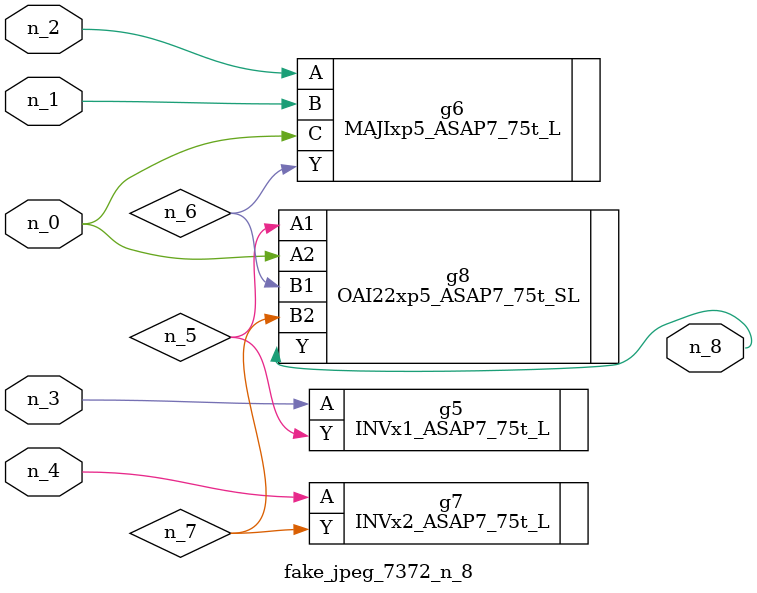
<source format=v>
module fake_jpeg_7372_n_8 (n_3, n_2, n_1, n_0, n_4, n_8);

input n_3;
input n_2;
input n_1;
input n_0;
input n_4;

output n_8;

wire n_6;
wire n_5;
wire n_7;

INVx1_ASAP7_75t_L g5 ( 
.A(n_3),
.Y(n_5)
);

MAJIxp5_ASAP7_75t_L g6 ( 
.A(n_2),
.B(n_1),
.C(n_0),
.Y(n_6)
);

INVx2_ASAP7_75t_L g7 ( 
.A(n_4),
.Y(n_7)
);

OAI22xp5_ASAP7_75t_SL g8 ( 
.A1(n_5),
.A2(n_0),
.B1(n_6),
.B2(n_7),
.Y(n_8)
);


endmodule
</source>
